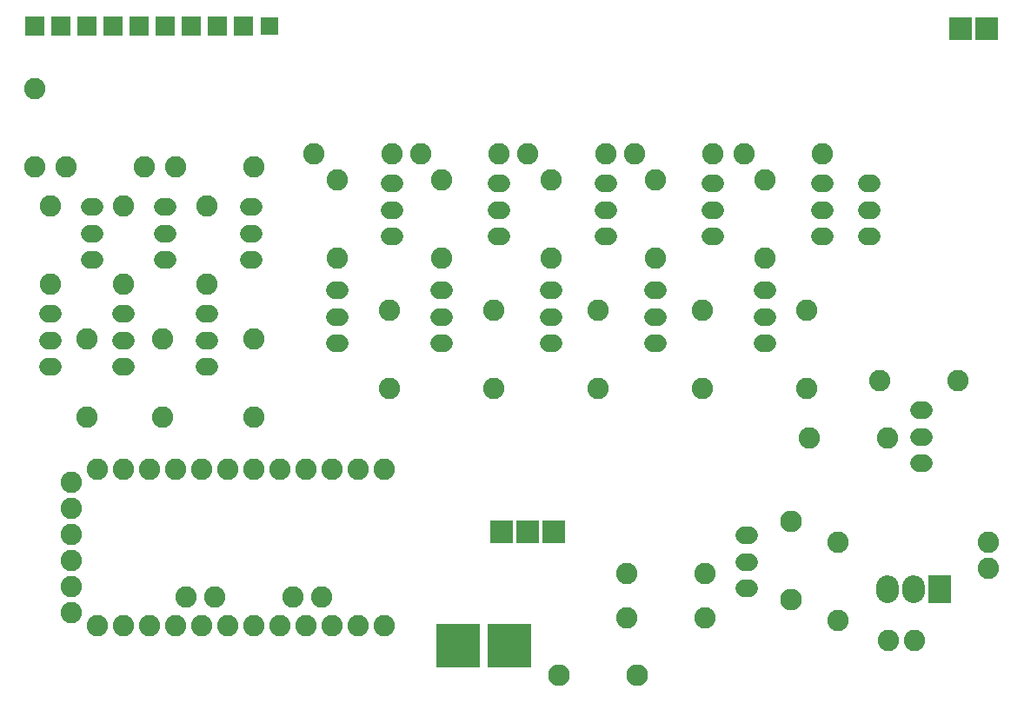
<source format=gts>
G04 ---------------------------- Layer name :TOP SOLDER LAYER*
G04 easyEDA 0.1*
G04 Scale: 100 percent, Rotated: No, Reflected: No *
G04 Dimensions in inches *
G04 leading zeros omitted , absolute positions ,2 integer and 4 * 
%FSLAX24Y24*%
%MOIN*%
G90*
G70D02*

%ADD11C,0.086740*%
%ADD12C,0.068000*%
%ADD13R,0.165480X0.165480*%
%ADD14C,0.083000*%
%ADD16R,0.086740X0.086740*%
%ADD17R,0.086740X0.106425*%
%ADD18C,0.082000*%
%ADD20R,0.073350X0.073350*%
%ADD21R,0.070000X0.070000*%
%ADD22C,0.082020*%

%LPD*%
G54D11*
G01X33600Y32101D02*
G01X33600Y32298D01*
G01X34600Y32101D02*
G01X34600Y32298D01*
G54D12*
G01X20600Y43669D02*
G01X20800Y43669D01*
G01X20600Y41630D02*
G01X20800Y41630D01*
G01X20600Y42650D02*
G01X20800Y42650D01*
G01X22900Y45730D02*
G01X22700Y45730D01*
G01X22900Y47769D02*
G01X22700Y47769D01*
G01X22900Y46750D02*
G01X22700Y46750D01*
G01X32800Y47769D02*
G01X33000Y47769D01*
G01X32800Y45730D02*
G01X33000Y45730D01*
G01X32800Y46750D02*
G01X33000Y46750D01*
G01X34800Y39069D02*
G01X35000Y39069D01*
G01X34800Y37030D02*
G01X35000Y37030D01*
G01X34800Y38050D02*
G01X35000Y38050D01*
G01X16400Y43669D02*
G01X16600Y43669D01*
G01X16400Y41630D02*
G01X16600Y41630D01*
G01X16400Y42650D02*
G01X16600Y42650D01*
G01X18800Y45730D02*
G01X18600Y45730D01*
G01X18800Y47769D02*
G01X18600Y47769D01*
G01X18800Y46750D02*
G01X18600Y46750D01*
G01X12400Y43669D02*
G01X12600Y43669D01*
G01X12400Y41630D02*
G01X12600Y41630D01*
G01X12400Y42650D02*
G01X12600Y42650D01*
G01X14700Y45730D02*
G01X14500Y45730D01*
G01X14700Y47769D02*
G01X14500Y47769D01*
G01X14700Y46750D02*
G01X14500Y46750D01*
G01X7400Y42769D02*
G01X7600Y42769D01*
G01X7400Y40730D02*
G01X7600Y40730D01*
G01X7400Y41750D02*
G01X7600Y41750D01*
G01X9300Y44830D02*
G01X9100Y44830D01*
G01X9300Y46869D02*
G01X9100Y46869D01*
G01X9300Y45850D02*
G01X9100Y45850D01*
G01X4200Y42769D02*
G01X4400Y42769D01*
G01X4200Y40730D02*
G01X4400Y40730D01*
G01X4200Y41750D02*
G01X4400Y41750D01*
G01X6000Y44830D02*
G01X5800Y44830D01*
G01X6000Y46869D02*
G01X5800Y46869D01*
G01X6000Y45850D02*
G01X5800Y45850D01*
G01X1400Y42769D02*
G01X1600Y42769D01*
G01X1400Y40730D02*
G01X1600Y40730D01*
G01X1400Y41750D02*
G01X1600Y41750D01*
G01X3200Y44830D02*
G01X3000Y44830D01*
G01X3200Y46869D02*
G01X3000Y46869D01*
G01X3200Y45850D02*
G01X3000Y45850D01*
G01X28800Y43669D02*
G01X29000Y43669D01*
G01X28800Y41630D02*
G01X29000Y41630D01*
G01X28800Y42650D02*
G01X29000Y42650D01*
G01X31200Y45730D02*
G01X31000Y45730D01*
G01X31200Y47769D02*
G01X31000Y47769D01*
G01X31200Y46750D02*
G01X31000Y46750D01*
G01X24600Y43669D02*
G01X24800Y43669D01*
G01X24600Y41630D02*
G01X24800Y41630D01*
G01X24600Y42650D02*
G01X24800Y42650D01*
G01X27000Y45730D02*
G01X26800Y45730D01*
G01X27000Y47769D02*
G01X26800Y47769D01*
G01X27000Y46750D02*
G01X26800Y46750D01*
G01X28100Y34269D02*
G01X28300Y34269D01*
G01X28100Y32230D02*
G01X28300Y32230D01*
G01X28100Y33250D02*
G01X28300Y33250D01*
G54D13*
G01X19092Y30040D03*
G01X17119Y30040D03*
G54D14*
G01X21000Y28900D03*
G01X24000Y28900D03*
G54D16*
G01X18800Y34400D03*
G01X19800Y34400D03*
G01X20800Y34400D03*
G54D17*
G01X35600Y32200D03*
G54D18*
G01X22500Y39900D03*
G01X22500Y42900D03*
G01X20700Y44900D03*
G01X20700Y47900D03*
G01X19800Y48900D03*
G01X22800Y48900D03*
G01X36300Y40200D03*
G01X33300Y40200D03*
G01X30600Y38000D03*
G01X33600Y38000D03*
G54D20*
G01X900Y53800D03*
G01X1900Y53800D03*
G01X2900Y53800D03*
G01X3900Y53800D03*
G01X4900Y53800D03*
G01X5900Y53800D03*
G01X6900Y53800D03*
G01X7900Y53800D03*
G01X8900Y53800D03*
G54D21*
G01X9900Y53800D03*
G54D18*
G01X18500Y39900D03*
G01X18500Y42900D03*
G01X16500Y44900D03*
G01X16500Y47900D03*
G01X15700Y48900D03*
G01X18700Y48900D03*
G01X14500Y39900D03*
G01X14500Y42900D03*
G01X12500Y44900D03*
G01X12500Y47900D03*
G01X11600Y48900D03*
G01X14600Y48900D03*
G01X9300Y38800D03*
G01X9300Y41800D03*
G01X7500Y43900D03*
G01X7500Y46900D03*
G01X6300Y48400D03*
G01X9300Y48400D03*
G01X5800Y38800D03*
G01X5800Y41800D03*
G01X4300Y43900D03*
G01X4300Y46900D03*
G01X2100Y48400D03*
G01X5100Y48400D03*
G01X2900Y38800D03*
G01X2900Y41800D03*
G01X1500Y43900D03*
G01X1500Y46900D03*
G01X900Y51400D03*
G01X900Y48400D03*
G01X30500Y39900D03*
G01X30500Y42900D03*
G01X28900Y44900D03*
G01X28900Y47900D03*
G01X28100Y48900D03*
G01X31100Y48900D03*
G01X26500Y39900D03*
G01X26500Y42900D03*
G01X24700Y44900D03*
G01X24700Y47900D03*
G01X23900Y48900D03*
G01X26900Y48900D03*
G01X23600Y32800D03*
G01X26600Y32800D03*
G01X23600Y31100D03*
G01X26600Y31100D03*
G54D16*
G01X37400Y53700D03*
G01X36400Y53700D03*
G54D14*
G01X29900Y34800D03*
G01X29900Y31800D03*
G54D18*
G01X31700Y31000D03*
G01X31700Y34000D03*
G54D22*
G01X34610Y30230D03*
G01X33609Y30230D03*
G01X37469Y34009D03*
G01X37469Y33009D03*
G54D18*
G01X3300Y30800D03*
G01X4300Y30800D03*
G01X5300Y30800D03*
G01X6300Y30800D03*
G01X7300Y30800D03*
G01X8300Y30800D03*
G01X9300Y30800D03*
G01X10300Y30800D03*
G01X11300Y30800D03*
G01X12300Y30800D03*
G01X13300Y30800D03*
G01X14300Y30800D03*
G01X14300Y36800D03*
G01X13300Y36800D03*
G01X12300Y36800D03*
G01X11300Y36800D03*
G01X10300Y36800D03*
G01X9300Y36800D03*
G01X8300Y36800D03*
G01X7300Y36800D03*
G01X6300Y36800D03*
G01X5300Y36800D03*
G01X4300Y36800D03*
G01X3300Y36800D03*
G01X11900Y31900D03*
G01X10800Y31900D03*
G01X6700Y31900D03*
G01X7800Y31900D03*
G01X2300Y31300D03*
G01X2300Y32300D03*
G01X2300Y33300D03*
G01X2300Y34300D03*
G01X2300Y35300D03*
G01X2300Y36300D03*

M00*
M02*
</source>
